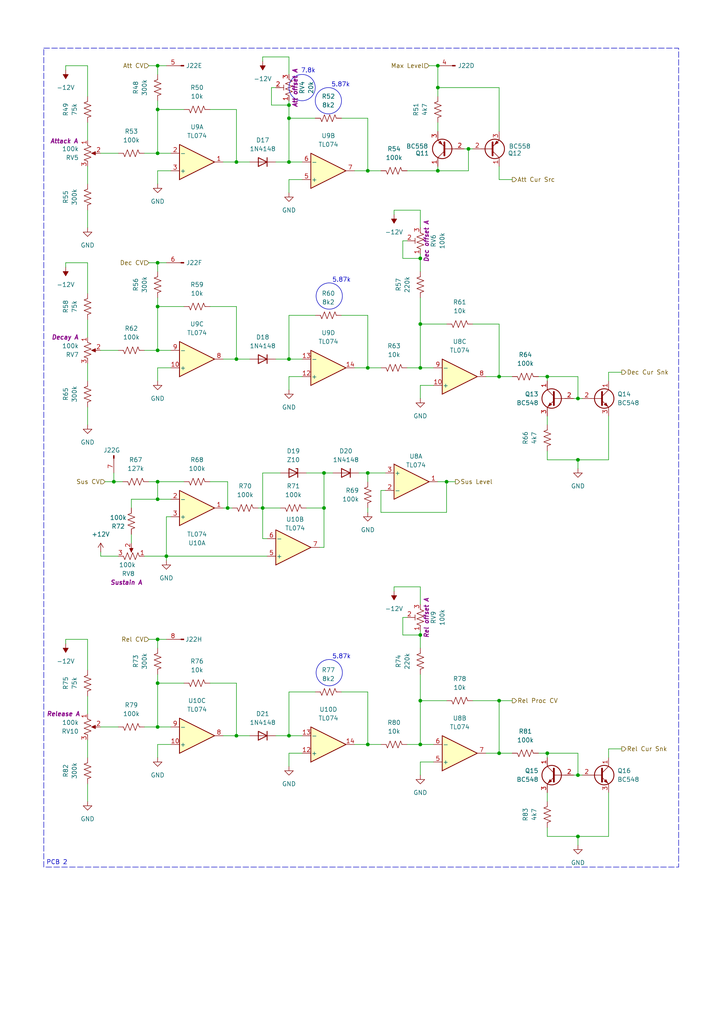
<source format=kicad_sch>
(kicad_sch (version 20250114) (generator "eeschema") (generator_version "9.0")
  (paper "A4" portrait)
  (title_block (comment 1 "PCB for 15cm Kosmo format synthesizer module"))
  (lib_symbols
    (symbol "Amplifier_Operational:TL074" (pin_names (offset 0.127))
      (property "Reference" "U" (at 0 5.08 0))
      (property "Value" "TL074" (at 0 -5.08 0))
      (symbol "TL074_1_1"
        (pin input line (at -7.62 2.54 0) (length 2.54) (name "+") (number "3"))
        (pin input line (at -7.62 -2.54 0) (length 2.54) (name "-") (number "2"))
        (pin output line (at 7.62 0 180) (length 2.54) (name "~") (number "1"))
      )
      (symbol "TL074_2_1"
        (pin input line (at -7.62 2.54 0) (length 2.54) (name "+") (number "5"))
        (pin input line (at -7.62 -2.54 0) (length 2.54) (name "-") (number "6"))
        (pin output line (at 7.62 0 180) (length 2.54) (name "~") (number "7"))
      )
      (symbol "TL074_3_1"
        (pin input line (at -7.62 2.54 0) (length 2.54) (name "+") (number "10"))
        (pin input line (at -7.62 -2.54 0) (length 2.54) (name "-") (number "9"))
        (pin output line (at 7.62 0 180) (length 2.54) (name "~") (number "8"))
      )
      (symbol "TL074_4_1"
        (pin input line (at -7.62 2.54 0) (length 2.54) (name "+") (number "12"))
        (pin input line (at -7.62 -2.54 0) (length 2.54) (name "-") (number "13"))
        (pin output line (at 7.62 0 180) (length 2.54) (name "~") (number "14"))
      )
      (symbol "TL074_5_1"
        (pin power_in line (at -2.54 7.62 270) (length 3.81) (name "V+") (number "4"))
        (pin power_in line (at -2.54 -7.62 90) (length 3.81) (name "V-") (number "11"))
      )
    )
    (symbol "Device:R_Potentiometer_Trim_US" (pin_names (offset 1.016) (hide yes))
      (property "Reference" "RV" (at -4.445 0 90))
      (property "Value" "R_Potentiometer_Trim_US" (at -2.54 0 90))
      (symbol "R_Potentiometer_Trim_US_1_1"
        (pin passive line (at 0 3.81 270) (length 1.27) (name "1") (number "1"))
        (pin passive line (at 0 -3.81 90) (length 1.27) (name "3") (number "3"))
        (pin passive line (at 3.81 0 180) (length 1.27) (name "2") (number "2"))
      )
    )
    (symbol "Device:R_Potentiometer_US" (pin_names (offset 1.016) (hide yes))
      (property "Reference" "RV" (at -4.445 0 90))
      (property "Value" "R_Potentiometer_US" (at -2.54 0 90))
      (symbol "R_Potentiometer_US_1_1"
        (pin passive line (at 0 3.81 270) (length 1.27) (name "1") (number "1"))
        (pin passive line (at 0 -3.81 90) (length 1.27) (name "3") (number "3"))
        (pin passive line (at 3.81 0 180) (length 1.27) (name "2") (number "2"))
      )
    )
    (symbol "Device:R_US" (pin_numbers (hide yes)) (pin_names (offset 0))
      (property "Reference" "R" (at 2.54 0 90))
      (property "Value" "R_US" (at -2.54 0 90))
      (symbol "R_US_1_1"
        (pin passive line (at 0 3.81 270) (length 1.27) (name "~") (number "1"))
        (pin passive line (at 0 -3.81 90) (length 1.27) (name "~") (number "2"))
      )
    )
    (symbol "Diode:1N4148" (pin_numbers (hide yes)) (pin_names (hide yes))
      (property "Reference" "D" (at 0 2.54 0))
      (property "Value" "1N4148" (at 0 -2.54 0))
      (symbol "1N4148_1_1"
        (pin passive line (at -3.81 0 0) (length 2.54) (name "K") (number "1"))
        (pin passive line (at 3.81 0 180) (length 2.54) (name "A") (number "2"))
      )
    )
    (symbol "Diode:ZPDxx" (pin_numbers (hide yes)) (pin_names (hide yes))
      (property "Reference" "D" (at 0 2.54 0))
      (property "Value" "ZPDxx" (at 0 -2.54 0))
      (symbol "ZPDxx_1_1"
        (pin passive line (at -3.81 0 0) (length 2.54) (name "K") (number "1"))
        (pin passive line (at 3.81 0 180) (length 2.54) (name "A") (number "2"))
      )
    )
    (symbol "SynthStuff:Conn_01x10_PinHeader" (pin_names (offset 1.016) (hide yes))
      (property "Reference" "J" (at 0 2.54 0))
      (symbol "Conn_01x10_PinHeader_1_1"
        (pin passive line (at 5.08 0 180) (length 3.81) (name "Pin_1") (number "1"))
      )
      (symbol "Conn_01x10_PinHeader_2_1"
        (pin passive line (at 5.08 0 180) (length 3.81) (name "Pin_2") (number "2"))
      )
      (symbol "Conn_01x10_PinHeader_3_1"
        (pin passive line (at 5.08 0 180) (length 3.81) (name "Pin_3") (number "3"))
      )
      (symbol "Conn_01x10_PinHeader_4_1"
        (pin passive line (at 5.08 0 180) (length 3.81) (name "Pin_4") (number "4"))
      )
      (symbol "Conn_01x10_PinHeader_5_1"
        (pin passive line (at 5.08 0 180) (length 3.81) (name "Pin_5") (number "5"))
      )
      (symbol "Conn_01x10_PinHeader_6_1"
        (pin passive line (at 5.08 0 180) (length 3.81) (name "Pin_6") (number "6"))
      )
      (symbol "Conn_01x10_PinHeader_7_1"
        (pin passive line (at 5.08 0 180) (length 3.81) (name "Pin_7") (number "7"))
      )
      (symbol "Conn_01x10_PinHeader_8_1"
        (pin passive line (at 5.08 0 180) (length 3.81) (name "Pin_8") (number "8"))
      )
      (symbol "Conn_01x10_PinHeader_9_1"
        (pin passive line (at 5.08 0 180) (length 3.81) (name "Pin_9") (number "9"))
      )
      (symbol "Conn_01x10_PinHeader_10_1"
        (pin passive line (at 5.08 0 180) (length 3.81) (name "Pin_10") (number "10"))
      )
    )
    (symbol "Transistor_BJT:BC548" (pin_names (offset 0) (hide yes))
      (property "Reference" "Q" (at 5.08 1.905 0))
      (property "Value" "BC548" (at 5.08 0 0))
      (symbol "BC548_1_1"
        (pin input line (at -5.08 0 0) (length 2.54) (name "B") (number "2"))
        (pin passive line (at 2.54 5.08 270) (length 2.54) (name "C") (number "1"))
        (pin passive line (at 2.54 -5.08 90) (length 2.54) (name "E") (number "3"))
      )
    )
    (symbol "Transistor_BJT:BC558" (pin_names (offset 0) (hide yes))
      (property "Reference" "Q" (at 5.08 1.905 0))
      (property "Value" "BC558" (at 5.08 0 0))
      (symbol "BC558_1_1"
        (pin input line (at -5.08 0 0) (length 2.54) (name "B") (number "2"))
        (pin passive line (at 2.54 5.08 270) (length 2.54) (name "C") (number "1"))
        (pin passive line (at 2.54 -5.08 90) (length 2.54) (name "E") (number "3"))
      )
    )
    (symbol "power:+12V" (power) (pin_numbers (hide yes)) (pin_names (offset 0) (hide yes))
      (property "Value" "+12V" (at 0 3.556 0))
      (symbol "+12V_1_1"
        (pin power_in line (at 0 0 90) (length 0) (name "~") (number "1"))
      )
    )
    (symbol "power:-12V" (power) (pin_numbers (hide yes)) (pin_names (offset 0) (hide yes))
      (property "Value" "-12V" (at 0 3.556 0))
      (symbol "-12V_0_0"
        (pin power_in line (at 0 0 90) (length 0) (name "~") (number "1"))
      )
    )
    (symbol "power:GND" (power) (pin_numbers (hide yes)) (pin_names (offset 0) (hide yes))
      (property "Value" "GND" (at 0 -3.81 0))
      (symbol "GND_1_1"
        (pin power_in line (at 0 0 270) (length 0) (name "~") (number "1"))
      )
    )
  )
  (circle (center 95.504 85.852) (radius 3.81))
  (rectangle (start 12.7 13.97) (end 196.85 251.46) (stroke (width 0) (type dash)))
  (circle (center 95.504 195.072) (radius 3.81))
  (circle (center 95.25 29.21) (radius 3.81))
  (circle (center 87.63 25.4) (radius 3.81))
  (text "PCB 2" (at 16.51 250.19 0) (effects (font (size 1.27 1.27))))
  (text "7.8k" (at 89.408 20.574 0) (effects (font (size 1.27 1.27))))
  (text "5.87k" (at 98.806 24.638 0) (effects (font (size 1.27 1.27))))
  (text "5.87k" (at 99.06 81.28 0) (effects (font (size 1.27 1.27))))
  (text "5.87k" (at 99.06 190.5 0) (effects (font (size 1.27 1.27))))
  (junction (at 167.64 242.57))
  (junction (at 144.78 109.22))
  (junction (at 93.98 137.16))
  (junction (at 76.2 147.32))
  (junction (at 33.02 139.7))
  (junction (at 68.58 213.36))
  (junction (at 45.72 44.45))
  (junction (at 135.89 43.18))
  (junction (at 68.58 46.99))
  (junction (at 121.92 74.93))
  (junction (at 121.92 215.9))
  (junction (at 83.82 30.48))
  (junction (at 144.78 203.2))
  (junction (at 158.75 109.22))
  (junction (at 48.26 161.29))
  (junction (at 45.72 144.78))
  (junction (at 106.68 137.16))
  (junction (at 127 19.05))
  (junction (at 121.92 93.98))
  (junction (at 93.98 147.32))
  (junction (at 106.68 106.68))
  (junction (at 45.72 101.6))
  (junction (at 121.92 106.68))
  (junction (at 68.58 104.14))
  (junction (at 45.72 210.82))
  (junction (at 45.72 88.9))
  (junction (at 45.72 185.42))
  (junction (at 127 49.53))
  (junction (at 129.54 139.7))
  (junction (at 45.72 19.05))
  (junction (at 167.64 224.79))
  (junction (at 106.68 215.9))
  (junction (at 83.82 46.99))
  (junction (at 45.72 76.2))
  (junction (at 158.75 218.44))
  (junction (at 45.72 198.12))
  (junction (at 121.92 184.15))
  (junction (at 144.78 218.44))
  (junction (at 83.82 34.29))
  (junction (at 66.04 147.32))
  (junction (at 121.92 203.2))
  (junction (at 106.68 49.53))
  (junction (at 127 25.4))
  (junction (at 45.72 139.7))
  (junction (at 45.72 31.75))
  (junction (at 167.64 133.35))
  (junction (at 167.64 115.57))
  (junction (at 83.82 104.14))
  (junction (at 83.82 213.36))
  (wire (pts (xy 25.4 92.71) (xy 25.4 97.79)))
  (wire (pts (xy 45.72 185.42) (xy 45.72 187.96)))
  (wire (pts (xy 64.77 104.14) (xy 68.58 104.14)))
  (wire (pts (xy 29.21 44.45) (xy 34.29 44.45)))
  (wire (pts (xy 121.92 106.68) (xy 125.73 106.68)))
  (wire (pts (xy 111.76 137.16) (xy 106.68 137.16)))
  (wire (pts (xy 176.53 107.95) (xy 176.53 110.49)))
  (wire (pts (xy 158.75 229.87) (xy 158.75 232.41)))
  (wire (pts (xy 49.53 149.86) (xy 48.26 149.86)))
  (wire (pts (xy 45.72 210.82) (xy 49.53 210.82)))
  (wire (pts (xy 158.75 218.44) (xy 167.64 218.44)))
  (wire (pts (xy 25.4 118.11) (xy 25.4 123.19)))
  (wire (pts (xy 121.92 203.2) (xy 121.92 215.9)))
  (wire (pts (xy 106.68 49.53) (xy 110.49 49.53)))
  (wire (pts (xy 41.91 101.6) (xy 45.72 101.6)))
  (wire (pts (xy 129.54 139.7) (xy 127 139.7)))
  (wire (pts (xy 93.98 137.16) (xy 93.98 147.32)))
  (wire (pts (xy 121.92 170.18) (xy 121.92 175.26)))
  (wire (pts (xy 158.75 130.81) (xy 158.75 133.35)))
  (wire (pts (xy 41.91 210.82) (xy 45.72 210.82)))
  (wire (pts (xy 25.4 35.56) (xy 25.4 40.64)))
  (wire (pts (xy 38.1 154.94) (xy 38.1 157.48)))
  (wire (pts (xy 106.68 49.53) (xy 102.87 49.53)))
  (wire (pts (xy 80.01 213.36) (xy 83.82 213.36)))
  (wire (pts (xy 38.1 144.78) (xy 45.72 144.78)))
  (wire (pts (xy 166.37 115.57) (xy 167.64 115.57)))
  (wire (pts (xy 88.9 137.16) (xy 93.98 137.16)))
  (wire (pts (xy 114.3 62.23) (xy 114.3 60.96)))
  (wire (pts (xy 76.2 156.21) (xy 76.2 147.32)))
  (wire (pts (xy 76.2 137.16) (xy 76.2 147.32)))
  (wire (pts (xy 25.4 185.42) (xy 25.4 194.31)))
  (wire (pts (xy 68.58 88.9) (xy 68.58 104.14)))
  (wire (pts (xy 148.59 203.2) (xy 144.78 203.2)))
  (wire (pts (xy 19.05 19.05) (xy 25.4 19.05)))
  (wire (pts (xy 144.78 52.07) (xy 144.78 48.26)))
  (wire (pts (xy 167.64 115.57) (xy 168.91 115.57)))
  (wire (pts (xy 68.58 104.14) (xy 72.39 104.14)))
  (wire (pts (xy 99.06 200.66) (xy 106.68 200.66)))
  (wire (pts (xy 167.64 218.44) (xy 167.64 224.79)))
  (wire (pts (xy 158.75 242.57) (xy 167.64 242.57)))
  (wire (pts (xy 114.3 170.18) (xy 121.92 170.18)))
  (wire (pts (xy 166.37 224.79) (xy 167.64 224.79)))
  (wire (pts (xy 83.82 213.36) (xy 87.63 213.36)))
  (wire (pts (xy 45.72 86.36) (xy 45.72 88.9)))
  (wire (pts (xy 158.75 133.35) (xy 167.64 133.35)))
  (wire (pts (xy 45.72 76.2) (xy 45.72 78.74)))
  (wire (pts (xy 158.75 218.44) (xy 158.75 219.71)))
  (wire (pts (xy 144.78 218.44) (xy 148.59 218.44)))
  (wire (pts (xy 25.4 48.26) (xy 25.4 53.34)))
  (wire (pts (xy 25.4 19.05) (xy 25.4 27.94)))
  (wire (pts (xy 125.73 220.98) (xy 121.92 220.98)))
  (wire (pts (xy 158.75 109.22) (xy 158.75 110.49)))
  (wire (pts (xy 60.96 139.7) (xy 66.04 139.7)))
  (wire (pts (xy 83.82 34.29) (xy 91.44 34.29)))
  (wire (pts (xy 137.16 93.98) (xy 144.78 93.98)))
  (wire (pts (xy 25.4 105.41) (xy 25.4 110.49)))
  (wire (pts (xy 83.82 34.29) (xy 83.82 46.99)))
  (wire (pts (xy 121.92 74.93) (xy 121.92 78.74)))
  (wire (pts (xy 121.92 220.98) (xy 121.92 224.79)))
  (wire (pts (xy 102.87 215.9) (xy 106.68 215.9)))
  (wire (pts (xy 167.64 133.35) (xy 167.64 135.89)))
  (wire (pts (xy 176.53 120.65) (xy 176.53 133.35)))
  (wire (pts (xy 106.68 106.68) (xy 110.49 106.68)))
  (wire (pts (xy 110.49 142.24) (xy 110.49 148.59)))
  (wire (pts (xy 111.76 142.24) (xy 110.49 142.24)))
  (wire (pts (xy 45.72 185.42) (xy 48.26 185.42)))
  (wire (pts (xy 118.11 69.85) (xy 116.84 69.85)))
  (wire (pts (xy 19.05 77.47) (xy 19.05 76.2)))
  (wire (pts (xy 76.2 147.32) (xy 74.93 147.32)))
  (wire (pts (xy 25.4 227.33) (xy 25.4 232.41)))
  (wire (pts (xy 135.89 43.18) (xy 137.16 43.18)))
  (wire (pts (xy 80.01 104.14) (xy 83.82 104.14)))
  (wire (pts (xy 106.68 137.16) (xy 106.68 139.7)))
  (wire (pts (xy 180.34 107.95) (xy 176.53 107.95)))
  (wire (pts (xy 49.53 49.53) (xy 45.72 49.53)))
  (wire (pts (xy 83.82 52.07) (xy 83.82 55.88)))
  (wire (pts (xy 43.18 76.2) (xy 45.72 76.2)))
  (wire (pts (xy 106.68 147.32) (xy 106.68 148.59)))
  (wire (pts (xy 106.68 91.44) (xy 106.68 106.68)))
  (wire (pts (xy 60.96 31.75) (xy 68.58 31.75)))
  (wire (pts (xy 124.46 19.05) (xy 127 19.05)))
  (wire (pts (xy 48.26 149.86) (xy 48.26 161.29)))
  (wire (pts (xy 45.72 44.45) (xy 49.53 44.45)))
  (wire (pts (xy 93.98 158.75) (xy 92.71 158.75)))
  (wire (pts (xy 118.11 215.9) (xy 121.92 215.9)))
  (wire (pts (xy 45.72 139.7) (xy 43.18 139.7)))
  (wire (pts (xy 48.26 161.29) (xy 48.26 162.56)))
  (wire (pts (xy 45.72 76.2) (xy 48.26 76.2)))
  (wire (pts (xy 49.53 106.68) (xy 45.72 106.68)))
  (wire (pts (xy 116.84 74.93) (xy 121.92 74.93)))
  (wire (pts (xy 134.62 43.18) (xy 135.89 43.18)))
  (wire (pts (xy 80.01 46.99) (xy 83.82 46.99)))
  (wire (pts (xy 118.11 106.68) (xy 121.92 106.68)))
  (wire (pts (xy 25.4 214.63) (xy 25.4 219.71)))
  (wire (pts (xy 68.58 213.36) (xy 72.39 213.36)))
  (wire (pts (xy 137.16 203.2) (xy 144.78 203.2)))
  (wire (pts (xy 19.05 76.2) (xy 25.4 76.2)))
  (wire (pts (xy 106.68 215.9) (xy 110.49 215.9)))
  (wire (pts (xy 29.21 161.29) (xy 29.21 160.02)))
  (wire (pts (xy 66.04 147.32) (xy 64.77 147.32)))
  (wire (pts (xy 19.05 185.42) (xy 25.4 185.42)))
  (wire (pts (xy 77.47 161.29) (xy 48.26 161.29)))
  (wire (pts (xy 45.72 215.9) (xy 45.72 219.71)))
  (wire (pts (xy 144.78 203.2) (xy 144.78 218.44)))
  (wire (pts (xy 144.78 218.44) (xy 140.97 218.44)))
  (wire (pts (xy 129.54 148.59) (xy 129.54 139.7)))
  (wire (pts (xy 45.72 101.6) (xy 49.53 101.6)))
  (wire (pts (xy 127 49.53) (xy 135.89 49.53)))
  (wire (pts (xy 81.28 137.16) (xy 76.2 137.16)))
  (wire (pts (xy 25.4 76.2) (xy 25.4 85.09)))
  (wire (pts (xy 127 25.4) (xy 127 27.94)))
  (wire (pts (xy 99.06 34.29) (xy 106.68 34.29)))
  (wire (pts (xy 106.68 137.16) (xy 104.14 137.16)))
  (wire (pts (xy 132.08 139.7) (xy 129.54 139.7)))
  (wire (pts (xy 121.92 195.58) (xy 121.92 203.2)))
  (wire (pts (xy 66.04 139.7) (xy 66.04 147.32)))
  (wire (pts (xy 156.21 109.22) (xy 158.75 109.22)))
  (wire (pts (xy 121.92 111.76) (xy 121.92 115.57)))
  (wire (pts (xy 64.77 213.36) (xy 68.58 213.36)))
  (wire (pts (xy 68.58 46.99) (xy 72.39 46.99)))
  (wire (pts (xy 127 35.56) (xy 127 38.1)))
  (wire (pts (xy 114.3 60.96) (xy 121.92 60.96)))
  (wire (pts (xy 45.72 88.9) (xy 45.72 101.6)))
  (wire (pts (xy 45.72 198.12) (xy 45.72 210.82)))
  (wire (pts (xy 81.28 147.32) (xy 76.2 147.32)))
  (wire (pts (xy 129.54 203.2) (xy 121.92 203.2)))
  (wire (pts (xy 158.75 120.65) (xy 158.75 123.19)))
  (wire (pts (xy 68.58 198.12) (xy 68.58 213.36)))
  (wire (pts (xy 80.01 25.4) (xy 78.74 25.4)))
  (wire (pts (xy 34.29 161.29) (xy 29.21 161.29)))
  (wire (pts (xy 41.91 44.45) (xy 45.72 44.45)))
  (wire (pts (xy 83.82 109.22) (xy 83.82 113.03)))
  (wire (pts (xy 116.84 179.07) (xy 116.84 184.15)))
  (wire (pts (xy 158.75 109.22) (xy 167.64 109.22)))
  (wire (pts (xy 118.11 49.53) (xy 127 49.53)))
  (wire (pts (xy 83.82 29.21) (xy 83.82 30.48)))
  (wire (pts (xy 68.58 46.99) (xy 64.77 46.99)))
  (wire (pts (xy 19.05 185.42) (xy 19.05 186.69)))
  (wire (pts (xy 45.72 198.12) (xy 53.34 198.12)))
  (wire (pts (xy 87.63 218.44) (xy 83.82 218.44)))
  (wire (pts (xy 49.53 215.9) (xy 45.72 215.9)))
  (wire (pts (xy 45.72 19.05) (xy 48.26 19.05)))
  (wire (pts (xy 83.82 91.44) (xy 83.82 104.14)))
  (wire (pts (xy 121.92 73.66) (xy 121.92 74.93)))
  (wire (pts (xy 167.64 109.22) (xy 167.64 115.57)))
  (wire (pts (xy 176.53 229.87) (xy 176.53 242.57)))
  (wire (pts (xy 83.82 218.44) (xy 83.82 222.25)))
  (wire (pts (xy 83.82 16.51) (xy 83.82 21.59)))
  (wire (pts (xy 83.82 104.14) (xy 87.63 104.14)))
  (wire (pts (xy 33.02 139.7) (xy 35.56 139.7)))
  (wire (pts (xy 96.52 137.16) (xy 93.98 137.16)))
  (wire (pts (xy 91.44 200.66) (xy 83.82 200.66)))
  (wire (pts (xy 60.96 198.12) (xy 68.58 198.12)))
  (wire (pts (xy 33.02 137.16) (xy 33.02 139.7)))
  (wire (pts (xy 83.82 46.99) (xy 87.63 46.99)))
  (wire (pts (xy 43.18 19.05) (xy 45.72 19.05)))
  (wire (pts (xy 45.72 195.58) (xy 45.72 198.12)))
  (wire (pts (xy 121.92 182.88) (xy 121.92 184.15)))
  (wire (pts (xy 45.72 144.78) (xy 49.53 144.78)))
  (wire (pts (xy 125.73 111.76) (xy 121.92 111.76)))
  (wire (pts (xy 45.72 31.75) (xy 45.72 44.45)))
  (wire (pts (xy 43.18 185.42) (xy 45.72 185.42)))
  (wire (pts (xy 29.21 101.6) (xy 34.29 101.6)))
  (wire (pts (xy 45.72 139.7) (xy 45.72 144.78)))
  (wire (pts (xy 148.59 52.07) (xy 144.78 52.07)))
  (wire (pts (xy 78.74 30.48) (xy 83.82 30.48)))
  (wire (pts (xy 30.48 139.7) (xy 33.02 139.7)))
  (wire (pts (xy 121.92 60.96) (xy 121.92 66.04)))
  (wire (pts (xy 110.49 148.59) (xy 129.54 148.59)))
  (wire (pts (xy 135.89 49.53) (xy 135.89 43.18)))
  (wire (pts (xy 29.21 210.82) (xy 34.29 210.82)))
  (wire (pts (xy 118.11 179.07) (xy 116.84 179.07)))
  (wire (pts (xy 106.68 34.29) (xy 106.68 49.53)))
  (wire (pts (xy 167.64 242.57) (xy 167.64 245.11)))
  (wire (pts (xy 121.92 93.98) (xy 121.92 106.68)))
  (wire (pts (xy 144.78 25.4) (xy 127 25.4)))
  (wire (pts (xy 116.84 69.85) (xy 116.84 74.93)))
  (wire (pts (xy 180.34 217.17) (xy 176.53 217.17)))
  (wire (pts (xy 158.75 240.03) (xy 158.75 242.57)))
  (wire (pts (xy 129.54 93.98) (xy 121.92 93.98)))
  (wire (pts (xy 106.68 200.66) (xy 106.68 215.9)))
  (wire (pts (xy 127 19.05) (xy 127 25.4)))
  (wire (pts (xy 76.2 17.78) (xy 76.2 16.51)))
  (wire (pts (xy 114.3 171.45) (xy 114.3 170.18)))
  (wire (pts (xy 68.58 31.75) (xy 68.58 46.99)))
  (wire (pts (xy 144.78 109.22) (xy 148.59 109.22)))
  (wire (pts (xy 176.53 217.17) (xy 176.53 219.71)))
  (wire (pts (xy 91.44 91.44) (xy 83.82 91.44)))
  (wire (pts (xy 48.26 161.29) (xy 41.91 161.29)))
  (wire (pts (xy 45.72 31.75) (xy 53.34 31.75)))
  (wire (pts (xy 93.98 147.32) (xy 93.98 158.75)))
  (wire (pts (xy 25.4 60.96) (xy 25.4 66.04)))
  (wire (pts (xy 87.63 109.22) (xy 83.82 109.22)))
  (wire (pts (xy 45.72 49.53) (xy 45.72 53.34)))
  (wire (pts (xy 102.87 106.68) (xy 106.68 106.68)))
  (wire (pts (xy 76.2 16.51) (xy 83.82 16.51)))
  (wire (pts (xy 25.4 201.93) (xy 25.4 207.01)))
  (wire (pts (xy 53.34 139.7) (xy 45.72 139.7)))
  (wire (pts (xy 116.84 184.15) (xy 121.92 184.15)))
  (wire (pts (xy 83.82 30.48) (xy 83.82 34.29)))
  (wire (pts (xy 19.05 20.32) (xy 19.05 19.05)))
  (wire (pts (xy 144.78 109.22) (xy 140.97 109.22)))
  (wire (pts (xy 77.47 156.21) (xy 76.2 156.21)))
  (wire (pts (xy 144.78 93.98) (xy 144.78 109.22)))
  (wire (pts (xy 99.06 91.44) (xy 106.68 91.44)))
  (wire (pts (xy 167.64 224.79) (xy 168.91 224.79)))
  (wire (pts (xy 156.21 218.44) (xy 158.75 218.44)))
  (wire (pts (xy 121.92 184.15) (xy 121.92 187.96)))
  (wire (pts (xy 144.78 38.1) (xy 144.78 25.4)))
  (wire (pts (xy 87.63 52.07) (xy 83.82 52.07)))
  (wire (pts (xy 127 49.53) (xy 127 48.26)))
  (wire (pts (xy 45.72 19.05) (xy 45.72 21.59)))
  (wire (pts (xy 88.9 147.32) (xy 93.98 147.32)))
  (wire (pts (xy 67.31 147.32) (xy 66.04 147.32)))
  (wire (pts (xy 83.82 200.66) (xy 83.82 213.36)))
  (wire (pts (xy 60.96 88.9) (xy 68.58 88.9)))
  (wire (pts (xy 45.72 106.68) (xy 45.72 110.49)))
  (wire (pts (xy 45.72 29.21) (xy 45.72 31.75)))
  (wire (pts (xy 121.92 86.36) (xy 121.92 93.98)))
  (wire (pts (xy 121.92 215.9) (xy 125.73 215.9)))
  (wire (pts (xy 38.1 147.32) (xy 38.1 144.78)))
  (wire (pts (xy 78.74 25.4) (xy 78.74 30.48)))
  (wire (pts (xy 176.53 133.35) (xy 167.64 133.35)))
  (wire (pts (xy 45.72 88.9) (xy 53.34 88.9)))
  (wire (pts (xy 176.53 242.57) (xy 167.64 242.57)))
  (hierarchical_label "Sus CV" (shape input) (at 30.48 139.7 180))
  (hierarchical_label "Att Cur Src" (shape output) (at 148.59 52.07 0))
  (hierarchical_label "Dec CV" (shape input) (at 43.18 76.2 180))
  (hierarchical_label "Dec Cur Snk" (shape output) (at 180.34 107.95 0))
  (hierarchical_label "Rel Proc CV" (shape output) (at 148.59 203.2 0))
  (hierarchical_label "Max Level" (shape input) (at 124.46 19.05 180))
  (hierarchical_label "Att CV" (shape input) (at 43.18 19.05 180))
  (hierarchical_label "Rel Cur Snk" (shape output) (at 180.34 217.17 0))
  (hierarchical_label "Rel CV" (shape input) (at 43.18 185.42 180))
  (hierarchical_label "Sus Level" (shape output) (at 132.08 139.7 0))
  (symbol (lib_id "power:-12V") (at 114.3 62.23 180) (unit 1) (on_board no)
    (property "Reference" "#PWR067" (effects (hide yes)))
    (property "Value" "-12V" (at 114.3 67.31 0))
    (property "Description" "Power symbol creates a global label with name \"-12V\"" (effects (hide yes)))
  )
  (symbol (lib_id "Device:R_US") (at 106.68 143.51 0) (mirror x) (unit 1) (on_board no)
    (property "Reference" "R69" (at 104.14 142.2399 0) (effects (justify right)))
    (property "Value" "100k" (at 104.14 144.7799 0) (effects (justify right)))
    (property "Footprint" "Resistor_THT:R_Axial_DIN0207_L6.3mm_D2.5mm_P7.62mm_Horizontal" (effects (hide yes)))
    (property "Description" "Resistor, US symbol" (effects (hide yes)))
  )
  (symbol (lib_id "Device:R_US") (at 133.35 93.98 90) (mirror x) (unit 1) (on_board no)
    (property "Reference" "R61" (at 133.35 87.63 90))
    (property "Value" "10k" (at 133.35 90.17 90))
    (property "Footprint" "Resistor_THT:R_Axial_DIN0207_L6.3mm_D2.5mm_P7.62mm_Horizontal" (effects (hide yes)))
    (property "Description" "Resistor, US symbol" (effects (hide yes)))
  )
  (symbol (lib_id "Device:R_US") (at 57.15 139.7 90) (mirror x) (unit 1) (on_board no)
    (property "Reference" "R68" (at 57.15 133.35 90))
    (property "Value" "100k" (at 57.15 135.89 90))
    (property "Footprint" "Resistor_THT:R_Axial_DIN0207_L6.3mm_D2.5mm_P7.62mm_Horizontal" (effects (hide yes)))
    (property "Description" "Resistor, US symbol" (effects (hide yes)))
  )
  (symbol (lib_id "Amplifier_Operational:TL074") (at 57.15 104.14 0) (mirror x) (unit 3) (on_board no)
    (property "Reference" "U9" (at 57.15 93.98 0))
    (property "Value" "TL074" (at 57.15 96.52 0))
    (property "Footprint" "Package_DIP:DIP-14_W7.62mm_Socket" (effects (hide yes)))
    (property "Datasheet" "http://www.ti.com/lit/ds/symlink/tl071.pdf" (effects (hide yes)))
    (property "Description" "Quad Low-Noise JFET-Input Operational Amplifiers, DIP-14/SOIC-14" (effects (hide yes)))
  )
  (symbol (lib_id "power:GND") (at 167.64 135.89 0) (unit 1) (on_board no)
    (property "Reference" "#PWR074" (effects (hide yes)))
    (property "Value" "GND" (at 167.64 140.97 0))
    (property "Description" "Power symbol creates a global label with name \"GND\" , ground" (effects (hide yes)))
  )
  (symbol (lib_id "power:GND") (at 121.92 115.57 0) (unit 1) (on_board no)
    (property "Reference" "#PWR072" (effects (hide yes)))
    (property "Value" "GND" (at 121.92 120.65 0))
    (property "Description" "Power symbol creates a global label with name \"GND\" , ground" (effects (hide yes)))
  )
  (symbol (lib_id "Device:R_Potentiometer_US") (at 25.4 44.45 0) (unit 1) (on_board no)
    (property "Reference" "RV5" (at 22.86 45.7201 0) (effects (justify right)))
    (property "Value" "100k" (at 22.86 43.1801 0) (effects (justify right)))
    (property "Footprint" "SynthStuff:Potentiometer_Alpha_RD901F-40-00D_Single_Vertical" (effects (hide yes)))
    (property "Description" "Potentiometer, US symbol" (effects (hide yes)))
    (property "Function" "Attack A" (at 18.542 40.894 0) (effects (font (thickness 0.254) (bold yes) (italic yes))))
  )
  (symbol (lib_id "Device:R_US") (at 25.4 223.52 0) (mirror x) (unit 1) (on_board no)
    (property "Reference" "R82" (at 19.05 223.52 90))
    (property "Value" "300k" (at 21.59 223.52 90))
    (property "Footprint" "Resistor_THT:R_Axial_DIN0207_L6.3mm_D2.5mm_P7.62mm_Horizontal" (effects (hide yes)))
    (property "Description" "Resistor, US symbol" (effects (hide yes)))
  )
  (symbol (lib_id "power:GND") (at 45.72 219.71 0) (unit 1) (on_board no)
    (property "Reference" "#PWR080" (effects (hide yes)))
    (property "Value" "GND" (at 45.72 224.79 0))
    (property "Description" "Power symbol creates a global label with name \"GND\" , ground" (effects (hide yes)))
  )
  (symbol (lib_id "Device:R_US") (at 71.12 147.32 90) (mirror x) (unit 1) (on_board no)
    (property "Reference" "R70" (at 71.12 140.97 90))
    (property "Value" "100k" (at 71.12 143.51 90))
    (property "Footprint" "Resistor_THT:R_Axial_DIN0207_L6.3mm_D2.5mm_P7.62mm_Horizontal" (effects (hide yes)))
    (property "Description" "Resistor, US symbol" (effects (hide yes)))
  )
  (symbol (lib_id "SynthStuff:Conn_01x10_PinHeader") (at 132.08 19.05 180) (unit 4)
    (property "Reference" "J22" (at 137.668 19.05 0) (effects (justify left)))
    (property "Value" "Conn_01x10_PinHeader" (effects (hide yes)))
    (property "Footprint" "Connector_PinHeader_2.54mm:PinHeader_1x10_P2.54mm_Vertical" (effects (hide yes)))
    (property "Description" "Generic connector, single row, 01x10" (effects (hide yes)))
  )
  (symbol (lib_id "Device:R_US") (at 158.75 236.22 0) (mirror x) (unit 1) (on_board no)
    (property "Reference" "R83" (at 152.4 236.22 90))
    (property "Value" "4k7" (at 154.94 236.22 90))
    (property "Footprint" "Resistor_THT:R_Axial_DIN0207_L6.3mm_D2.5mm_P7.62mm_Horizontal" (effects (hide yes)))
    (property "Description" "Resistor, US symbol" (effects (hide yes)))
  )
  (symbol (lib_id "Device:R_Potentiometer_Trim_US") (at 121.92 179.07 180) (unit 1) (on_board no)
    (property "Reference" "RV9" (at 125.73 179.07 90))
    (property "Value" "100k" (at 128.27 179.07 90))
    (property "Footprint" "Potentiometer_THT:Potentiometer_Bourns_3296X_Horizontal" (effects (hide yes)))
    (property "Description" "Trim-potentiometer, US symbol" (effects (hide yes)))
    (property "Function" "Rel offset A" (at 123.698 179.07 90) (effects (font (thickness 0.254) (bold yes) (italic yes))))
  )
  (symbol (lib_id "power:GND") (at 45.72 110.49 0) (unit 1) (on_board no)
    (property "Reference" "#PWR070" (effects (hide yes)))
    (property "Value" "GND" (at 45.72 115.57 0))
    (property "Description" "Power symbol creates a global label with name \"GND\" , ground" (effects (hide yes)))
  )
  (symbol (lib_id "Diode:1N4148") (at 76.2 104.14 180) (unit 1) (on_board no)
    (property "Reference" "D18" (at 76.2 97.79 0))
    (property "Value" "1N4148" (at 76.2 100.33 0))
    (property "Footprint" "Diode_THT:D_DO-35_SOD27_P7.62mm_Horizontal" (effects (hide yes)))
    (property "Datasheet" "https://assets.nexperia.com/documents/data-sheet/1N4148_1N4448.pdf" (effects (hide yes)))
    (property "Description" "100V 0.15A standard switching diode, DO-35" (effects (hide yes)))
    (property "Sim.Device" "D" (effects (hide yes)))
    (property "Sim.Pins" "1=K 2=A" (effects (hide yes)))
  )
  (symbol (lib_id "Transistor_BJT:BC548") (at 161.29 224.79 0) (mirror y) (unit 1) (on_board no)
    (property "Reference" "Q15" (at 156.21 223.5199 0) (effects (justify left)))
    (property "Value" "BC548" (at 156.21 226.0599 0) (effects (justify left)))
    (property "Footprint" "Package_TO_SOT_THT:TO-92L_Inline_Wide" (effects (hide yes)))
    (property "Datasheet" "https://www.onsemi.com/pub/Collateral/BC550-D.pdf" (effects (hide yes)))
    (property "Description" "0.1A Ic, 30V Vce, Small Signal NPN Transistor, TO-92" (effects (hide yes)))
  )
  (symbol (lib_id "Device:R_US") (at 25.4 88.9 0) (mirror x) (unit 1) (on_board no)
    (property "Reference" "R58" (at 19.05 88.9 90))
    (property "Value" "75k" (at 21.59 88.9 90))
    (property "Footprint" "Resistor_THT:R_Axial_DIN0207_L6.3mm_D2.5mm_P7.62mm_Horizontal" (effects (hide yes)))
    (property "Description" "Resistor, US symbol" (effects (hide yes)))
  )
  (symbol (lib_id "power:-12V") (at 19.05 77.47 180) (unit 1) (on_board no)
    (property "Reference" "#PWR069" (effects (hide yes)))
    (property "Value" "-12V" (at 19.05 82.55 0))
    (property "Description" "Power symbol creates a global label with name \"-12V\"" (effects (hide yes)))
  )
  (symbol (lib_id "Diode:ZPDxx") (at 85.09 137.16 0) (mirror y) (unit 1) (on_board no)
    (property "Reference" "D19" (at 85.09 130.81 0))
    (property "Value" "Z10" (at 85.09 133.35 0))
    (property "Footprint" "Diode_THT:D_DO-35_SOD27_P7.62mm_Horizontal" (effects (hide yes)))
    (property "Datasheet" "http://diotec.com/tl_files/diotec/files/pdf/datasheets/zpd1" (effects (hide yes)))
    (property "Description" "500mW Zener Diode, DO-35" (effects (hide yes)))
  )
  (symbol (lib_id "Device:R_US") (at 121.92 82.55 0) (mirror x) (unit 1) (on_board no)
    (property "Reference" "R57" (at 115.57 82.55 90))
    (property "Value" "220k" (at 118.11 82.55 90))
    (property "Footprint" "Resistor_THT:R_Axial_DIN0207_L6.3mm_D2.5mm_P7.62mm_Horizontal" (effects (hide yes)))
    (property "Description" "Resistor, US symbol" (effects (hide yes)))
  )
  (symbol (lib_id "Amplifier_Operational:TL074") (at 95.25 106.68 0) (mirror x) (unit 4) (on_board no)
    (property "Reference" "U9" (at 95.25 96.52 0))
    (property "Value" "TL074" (at 95.25 99.06 0))
    (property "Footprint" "Package_DIP:DIP-14_W7.62mm_Socket" (effects (hide yes)))
    (property "Datasheet" "http://www.ti.com/lit/ds/symlink/tl071.pdf" (effects (hide yes)))
    (property "Description" "Quad Low-Noise JFET-Input Operational Amplifiers, DIP-14/SOIC-14" (effects (hide yes)))
  )
  (symbol (lib_id "power:GND") (at 25.4 66.04 0) (unit 1) (on_board no)
    (property "Reference" "#PWR068" (effects (hide yes)))
    (property "Value" "GND" (at 25.4 71.12 0))
    (property "Description" "Power symbol creates a global label with name \"GND\" , ground" (effects (hide yes)))
  )
  (symbol (lib_id "Transistor_BJT:BC558") (at 129.54 43.18 180) (unit 1) (on_board no)
    (property "Reference" "Q11" (at 124.46 44.4501 0) (effects (justify left)))
    (property "Value" "BC558" (at 124.206 42.418 0) (effects (justify left)))
    (property "Footprint" "Package_TO_SOT_THT:TO-92L_Inline_Wide" (effects (hide yes)))
    (property "Datasheet" "https://www.onsemi.com/pub/Collateral/BC556BTA-D.pdf" (effects (hide yes)))
    (property "Description" "0.1A Ic, 30V Vce, PNP Small Signal Transistor, TO-92" (effects (hide yes)))
  )
  (symbol (lib_id "SynthStuff:Conn_01x10_PinHeader") (at 53.34 76.2 180) (unit 6)
    (property "Reference" "J22" (at 58.674 76.2 0) (effects (justify left)))
    (property "Value" "Conn_01x10_PinHeader" (effects (hide yes)))
    (property "Footprint" "Connector_PinHeader_2.54mm:PinHeader_1x10_P2.54mm_Vertical" (effects (hide yes)))
    (property "Description" "Generic connector, single row, 01x10" (effects (hide yes)))
  )
  (symbol (lib_id "Diode:1N4148") (at 76.2 213.36 180) (unit 1) (on_board no)
    (property "Reference" "D21" (at 76.2 207.01 0))
    (property "Value" "1N4148" (at 76.2 209.55 0))
    (property "Footprint" "Diode_THT:D_DO-35_SOD27_P7.62mm_Horizontal" (effects (hide yes)))
    (property "Datasheet" "https://assets.nexperia.com/documents/data-sheet/1N4148_1N4448.pdf" (effects (hide yes)))
    (property "Description" "100V 0.15A standard switching diode, DO-35" (effects (hide yes)))
    (property "Sim.Device" "D" (effects (hide yes)))
    (property "Sim.Pins" "1=K 2=A" (effects (hide yes)))
  )
  (symbol (lib_id "Amplifier_Operational:TL074") (at 119.38 139.7 0) (unit 1) (on_board no)
    (property "Reference" "U8" (at 120.65 132.334 0))
    (property "Value" "TL074" (at 120.65 134.874 0))
    (property "Footprint" "Package_DIP:DIP-14_W7.62mm_Socket" (effects (hide yes)))
    (property "Datasheet" "http://www.ti.com/lit/ds/symlink/tl071.pdf" (effects (hide yes)))
    (property "Description" "Quad Low-Noise JFET-Input Operational Amplifiers, DIP-14/SOIC-14" (effects (hide yes)))
  )
  (symbol (lib_id "Device:R_Potentiometer_Trim_US") (at 83.82 25.4 180) (unit 1) (on_board no)
    (property "Reference" "RV4" (at 87.63 25.4 90))
    (property "Value" "20k" (at 90.17 25.4 90))
    (property "Footprint" "Potentiometer_THT:Potentiometer_Bourns_3296X_Horizontal" (effects (hide yes)))
    (property "Description" "Trim-potentiometer, US symbol" (effects (hide yes)))
    (property "Function" "Att offset A" (at 85.598 25.4 90) (effects (font (thickness 0.254) (bold yes) (italic yes))))
  )
  (symbol (lib_id "SynthStuff:Conn_01x10_PinHeader") (at 33.02 132.08 270) (unit 7)
    (property "Reference" "J22" (at 29.972 130.556 90) (effects (justify left)))
    (property "Value" "Conn_01x10_PinHeader" (effects (hide yes)))
    (property "Footprint" "Connector_PinHeader_2.54mm:PinHeader_1x10_P2.54mm_Vertical" (effects (hide yes)))
    (property "Description" "Generic connector, single row, 01x10" (effects (hide yes)))
  )
  (symbol (lib_id "Amplifier_Operational:TL074") (at 57.15 147.32 0) (mirror x) (unit 1) (on_board no)
    (property "Reference" "U10" (at 57.15 157.48 0))
    (property "Value" "TL074" (at 57.15 154.94 0))
    (property "Footprint" "Package_DIP:DIP-14_W7.62mm_Socket" (effects (hide yes)))
    (property "Datasheet" "http://www.ti.com/lit/ds/symlink/tl071.pdf" (effects (hide yes)))
    (property "Description" "Quad Low-Noise JFET-Input Operational Amplifiers, DIP-14/SOIC-14" (effects (hide yes)))
  )
  (symbol (lib_id "Device:R_US") (at 38.1 210.82 90) (mirror x) (unit 1) (on_board no)
    (property "Reference" "R79" (at 38.1 204.47 90))
    (property "Value" "100k" (at 38.1 207.01 90))
    (property "Footprint" "Resistor_THT:R_Axial_DIN0207_L6.3mm_D2.5mm_P7.62mm_Horizontal" (effects (hide yes)))
    (property "Description" "Resistor, US symbol" (effects (hide yes)))
  )
  (symbol (lib_id "Diode:1N4148") (at 100.33 137.16 0) (mirror y) (unit 1) (on_board no)
    (property "Reference" "D20" (at 100.33 130.81 0))
    (property "Value" "1N4148" (at 100.33 133.35 0))
    (property "Footprint" "Diode_THT:D_DO-35_SOD27_P7.62mm_Horizontal" (effects (hide yes)))
    (property "Datasheet" "https://assets.nexperia.com/documents/data-sheet/1N4148_1N4448.pdf" (effects (hide yes)))
    (property "Description" "100V 0.15A standard switching diode, DO-35" (effects (hide yes)))
    (property "Sim.Device" "D" (effects (hide yes)))
    (property "Sim.Pins" "1=K 2=A" (effects (hide yes)))
  )
  (symbol (lib_id "Device:R_US") (at 57.15 198.12 90) (mirror x) (unit 1) (on_board no)
    (property "Reference" "R76" (at 57.15 191.77 90))
    (property "Value" "10k" (at 57.15 194.31 90))
    (property "Footprint" "Resistor_THT:R_Axial_DIN0207_L6.3mm_D2.5mm_P7.62mm_Horizontal" (effects (hide yes)))
    (property "Description" "Resistor, US symbol" (effects (hide yes)))
  )
  (symbol (lib_id "Device:R_US") (at 158.75 127 0) (mirror x) (unit 1) (on_board no)
    (property "Reference" "R66" (at 152.4 127 90))
    (property "Value" "4k7" (at 154.94 127 90))
    (property "Footprint" "Resistor_THT:R_Axial_DIN0207_L6.3mm_D2.5mm_P7.62mm_Horizontal" (effects (hide yes)))
    (property "Description" "Resistor, US symbol" (effects (hide yes)))
  )
  (symbol (lib_id "Device:R_US") (at 38.1 44.45 90) (mirror x) (unit 1) (on_board no)
    (property "Reference" "R53" (at 38.1 38.1 90))
    (property "Value" "100k" (at 38.1 40.64 90))
    (property "Footprint" "Resistor_THT:R_Axial_DIN0207_L6.3mm_D2.5mm_P7.62mm_Horizontal" (effects (hide yes)))
    (property "Description" "Resistor, US symbol" (effects (hide yes)))
  )
  (symbol (lib_id "power:GND") (at 45.72 53.34 0) (unit 1) (on_board no)
    (property "Reference" "#PWR065" (effects (hide yes)))
    (property "Value" "GND" (at 45.72 58.42 0))
    (property "Description" "Power symbol creates a global label with name \"GND\" , ground" (effects (hide yes)))
  )
  (symbol (lib_id "power:GND") (at 83.82 222.25 0) (unit 1) (on_board no)
    (property "Reference" "#PWR081" (effects (hide yes)))
    (property "Value" "GND" (at 83.82 227.33 0))
    (property "Description" "Power symbol creates a global label with name \"GND\" , ground" (effects (hide yes)))
  )
  (symbol (lib_id "power:+12V") (at 29.21 160.02 0) (mirror y) (unit 1) (on_board no)
    (property "Reference" "#PWR076" (effects (hide yes)))
    (property "Value" "+12V" (at 29.21 154.94 0))
    (property "Description" "Power symbol creates a global label with name \"+12V\"" (effects (hide yes)))
  )
  (symbol (lib_id "Amplifier_Operational:TL074") (at 95.25 49.53 0) (mirror x) (unit 2) (on_board no)
    (property "Reference" "U9" (at 95.25 39.37 0))
    (property "Value" "TL074" (at 95.25 41.91 0))
    (property "Footprint" "Package_DIP:DIP-14_W7.62mm_Socket" (effects (hide yes)))
    (property "Datasheet" "http://www.ti.com/lit/ds/symlink/tl071.pdf" (effects (hide yes)))
    (property "Description" "Quad Low-Noise JFET-Input Operational Amplifiers, DIP-14/SOIC-14" (effects (hide yes)))
  )
  (symbol (lib_id "power:GND") (at 83.82 55.88 0) (unit 1) (on_board no)
    (property "Reference" "#PWR066" (effects (hide yes)))
    (property "Value" "GND" (at 83.82 60.96 0))
    (property "Description" "Power symbol creates a global label with name \"GND\" , ground" (effects (hide yes)))
  )
  (symbol (lib_id "Device:R_US") (at 85.09 147.32 90) (mirror x) (unit 1) (on_board no)
    (property "Reference" "R71" (at 85.09 140.97 90))
    (property "Value" "100k" (at 85.09 143.51 90))
    (property "Footprint" "Resistor_THT:R_Axial_DIN0207_L6.3mm_D2.5mm_P7.62mm_Horizontal" (effects (hide yes)))
    (property "Description" "Resistor, US symbol" (effects (hide yes)))
  )
  (symbol (lib_id "Amplifier_Operational:TL074") (at 57.15 46.99 0) (mirror x) (unit 1) (on_board no)
    (property "Reference" "U9" (at 57.15 36.83 0))
    (property "Value" "TL074" (at 57.15 39.37 0))
    (property "Footprint" "Package_DIP:DIP-14_W7.62mm_Socket" (effects (hide yes)))
    (property "Datasheet" "http://www.ti.com/lit/ds/symlink/tl071.pdf" (effects (hide yes)))
    (property "Description" "Quad Low-Noise JFET-Input Operational Amplifiers, DIP-14/SOIC-14" (effects (hide yes)))
  )
  (symbol (lib_id "Device:R_US") (at 25.4 114.3 0) (mirror x) (unit 1) (on_board no)
    (property "Reference" "R65" (at 19.05 114.3 90))
    (property "Value" "300k" (at 21.59 114.3 90))
    (property "Footprint" "Resistor_THT:R_Axial_DIN0207_L6.3mm_D2.5mm_P7.62mm_Horizontal" (effects (hide yes)))
    (property "Description" "Resistor, US symbol" (effects (hide yes)))
  )
  (symbol (lib_id "Device:R_US") (at 57.15 88.9 90) (mirror x) (unit 1) (on_board no)
    (property "Reference" "R59" (at 57.15 82.55 90))
    (property "Value" "10k" (at 57.15 85.09 90))
    (property "Footprint" "Resistor_THT:R_Axial_DIN0207_L6.3mm_D2.5mm_P7.62mm_Horizontal" (effects (hide yes)))
    (property "Description" "Resistor, US symbol" (effects (hide yes)))
  )
  (symbol (lib_id "power:GND") (at 25.4 123.19 0) (unit 1) (on_board no)
    (property "Reference" "#PWR073" (effects (hide yes)))
    (property "Value" "GND" (at 25.4 128.27 0))
    (property "Description" "Power symbol creates a global label with name \"GND\" , ground" (effects (hide yes)))
  )
  (symbol (lib_id "Device:R_US") (at 95.25 34.29 90) (mirror x) (unit 1) (on_board no)
    (property "Reference" "R52" (at 95.25 27.94 90))
    (property "Value" "8k2" (at 95.25 30.48 90))
    (property "Footprint" "Resistor_THT:R_Axial_DIN0207_L6.3mm_D2.5mm_P7.62mm_Horizontal" (effects (hide yes)))
    (property "Description" "Resistor, US symbol" (effects (hide yes)))
  )
  (symbol (lib_id "power:GND") (at 121.92 224.79 0) (unit 1) (on_board no)
    (property "Reference" "#PWR082" (effects (hide yes)))
    (property "Value" "GND" (at 121.92 229.87 0))
    (property "Description" "Power symbol creates a global label with name \"GND\" , ground" (effects (hide yes)))
  )
  (symbol (lib_id "Device:R_US") (at 25.4 198.12 0) (mirror x) (unit 1) (on_board no)
    (property "Reference" "R75" (at 19.05 198.12 90))
    (property "Value" "75k" (at 21.59 198.12 90))
    (property "Footprint" "Resistor_THT:R_Axial_DIN0207_L6.3mm_D2.5mm_P7.62mm_Horizontal" (effects (hide yes)))
    (property "Description" "Resistor, US symbol" (effects (hide yes)))
  )
  (symbol (lib_id "Amplifier_Operational:TL074") (at 133.35 218.44 0) (mirror x) (unit 2) (on_board no)
    (property "Reference" "U8" (at 133.35 208.28 0))
    (property "Value" "TL074" (at 133.35 210.82 0))
    (property "Footprint" "Package_DIP:DIP-14_W7.62mm_Socket" (effects (hide yes)))
    (property "Datasheet" "http://www.ti.com/lit/ds/symlink/tl071.pdf" (effects (hide yes)))
    (property "Description" "Quad Low-Noise JFET-Input Operational Amplifiers, DIP-14/SOIC-14" (effects (hide yes)))
  )
  (symbol (lib_id "power:GND") (at 48.26 162.56 0) (mirror y) (unit 1) (on_board no)
    (property "Reference" "#PWR077" (effects (hide yes)))
    (property "Value" "GND" (at 48.26 167.64 0))
    (property "Description" "Power symbol creates a global label with name \"GND\" , ground" (effects (hide yes)))
  )
  (symbol (lib_id "Device:R_Potentiometer_US") (at 25.4 210.82 0) (unit 1) (on_board no)
    (property "Reference" "RV10" (at 22.86 212.0901 0) (effects (justify right)))
    (property "Value" "100k" (at 22.86 209.5501 0) (effects (justify right)))
    (property "Footprint" "SynthStuff:Potentiometer_Alpha_RD901F-40-00D_Single_Vertical" (effects (hide yes)))
    (property "Description" "Potentiometer, US symbol" (effects (hide yes)))
    (property "Function" "Release A" (at 18.288 207.01 0) (effects (font (thickness 0.254) (bold yes) (italic yes))))
  )
  (symbol (lib_id "Device:R_US") (at 152.4 218.44 90) (mirror x) (unit 1) (on_board no)
    (property "Reference" "R81" (at 152.4 212.09 90))
    (property "Value" "100k" (at 152.4 214.63 90))
    (property "Footprint" "Resistor_THT:R_Axial_DIN0207_L6.3mm_D2.5mm_P7.62mm_Horizontal" (effects (hide yes)))
    (property "Description" "Resistor, US symbol" (effects (hide yes)))
  )
  (symbol (lib_id "Device:R_US") (at 25.4 57.15 0) (mirror x) (unit 1) (on_board no)
    (property "Reference" "R55" (at 19.05 57.15 90))
    (property "Value" "300k" (at 21.59 57.15 90))
    (property "Footprint" "Resistor_THT:R_Axial_DIN0207_L6.3mm_D2.5mm_P7.62mm_Horizontal" (effects (hide yes)))
    (property "Description" "Resistor, US symbol" (effects (hide yes)))
  )
  (symbol (lib_id "Device:R_US") (at 127 31.75 0) (mirror x) (unit 1) (on_board no)
    (property "Reference" "R51" (at 120.65 31.75 90))
    (property "Value" "4k7" (at 123.19 31.75 90))
    (property "Footprint" "Resistor_THT:R_Axial_DIN0207_L6.3mm_D2.5mm_P7.62mm_Horizontal" (effects (hide yes)))
    (property "Description" "Resistor, US symbol" (effects (hide yes)))
  )
  (symbol (lib_id "Device:R_Potentiometer_US") (at 38.1 161.29 270) (mirror x) (unit 1) (on_board no)
    (property "Reference" "RV8" (at 39.1159 166.37 90) (effects (justify right)))
    (property "Value" "100k" (at 39.3699 163.83 90) (effects (justify right)))
    (property "Footprint" "SynthStuff:Potentiometer_Alpha_RD901F-40-00D_Single_Vertical" (effects (hide yes)))
    (property "Description" "Potentiometer, US symbol" (effects (hide yes)))
    (property "Function" "Sustain A" (at 36.576 168.91 90) (effects (font (thickness 0.254) (bold yes) (italic yes))))
  )
  (symbol (lib_id "Transistor_BJT:BC558") (at 142.24 43.18 0) (mirror x) (unit 1) (on_board no)
    (property "Reference" "Q12" (at 147.32 44.4501 0) (effects (justify left)))
    (property "Value" "BC558" (at 147.574 42.418 0) (effects (justify left)))
    (property "Footprint" "Package_TO_SOT_THT:TO-92L_Inline_Wide" (effects (hide yes)))
    (property "Datasheet" "https://www.onsemi.com/pub/Collateral/BC556BTA-D.pdf" (effects (hide yes)))
    (property "Description" "0.1A Ic, 30V Vce, PNP Small Signal Transistor, TO-92" (effects (hide yes)))
  )
  (symbol (lib_id "power:GND") (at 83.82 113.03 0) (unit 1) (on_board no)
    (property "Reference" "#PWR071" (effects (hide yes)))
    (property "Value" "GND" (at 83.82 118.11 0))
    (property "Description" "Power symbol creates a global label with name \"GND\" , ground" (effects (hide yes)))
  )
  (symbol (lib_id "Device:R_US") (at 95.25 200.66 90) (mirror x) (unit 1) (on_board no)
    (property "Reference" "R77" (at 95.25 194.31 90))
    (property "Value" "8k2" (at 95.25 196.85 90))
    (property "Footprint" "Resistor_THT:R_Axial_DIN0207_L6.3mm_D2.5mm_P7.62mm_Horizontal" (effects (hide yes)))
    (property "Description" "Resistor, US symbol" (effects (hide yes)))
  )
  (symbol (lib_id "power:GND") (at 25.4 232.41 0) (unit 1) (on_board no)
    (property "Reference" "#PWR083" (effects (hide yes)))
    (property "Value" "GND" (at 25.4 237.49 0))
    (property "Description" "Power symbol creates a global label with name \"GND\" , ground" (effects (hide yes)))
  )
  (symbol (lib_id "Device:R_Potentiometer_US") (at 25.4 101.6 0) (unit 1) (on_board no)
    (property "Reference" "RV7" (at 22.86 102.8701 0) (effects (justify right)))
    (property "Value" "100k" (at 22.86 100.3301 0) (effects (justify right)))
    (property "Footprint" "SynthStuff:Potentiometer_Alpha_RD901F-40-00D_Single_Vertical" (effects (hide yes)))
    (property "Description" "Potentiometer, US symbol" (effects (hide yes)))
    (property "Function" "Decay A" (at 18.796 97.79 0) (effects (font (thickness 0.254) (bold yes) (italic yes))))
  )
  (symbol (lib_id "Device:R_US") (at 114.3 215.9 90) (mirror x) (unit 1) (on_board no)
    (property "Reference" "R80" (at 114.3 209.55 90))
    (property "Value" "10k" (at 114.3 212.09 90))
    (property "Footprint" "Resistor_THT:R_Axial_DIN0207_L6.3mm_D2.5mm_P7.62mm_Horizontal" (effects (hide yes)))
    (property "Description" "Resistor, US symbol" (effects (hide yes)))
  )
  (symbol (lib_id "Amplifier_Operational:TL074") (at 133.35 109.22 0) (mirror x) (unit 3) (on_board no)
    (property "Reference" "U8" (at 133.35 99.06 0))
    (property "Value" "TL074" (at 133.35 101.6 0))
    (property "Footprint" "Package_DIP:DIP-14_W7.62mm_Socket" (effects (hide yes)))
    (property "Datasheet" "http://www.ti.com/lit/ds/symlink/tl071.pdf" (effects (hide yes)))
    (property "Description" "Quad Low-Noise JFET-Input Operational Amplifiers, DIP-14/SOIC-14" (effects (hide yes)))
  )
  (symbol (lib_id "Transistor_BJT:BC548") (at 173.99 115.57 0) (unit 1) (on_board no)
    (property "Reference" "Q14" (at 179.07 114.2999 0) (effects (justify left)))
    (property "Value" "BC548" (at 179.07 116.8399 0) (effects (justify left)))
    (property "Footprint" "Package_TO_SOT_THT:TO-92L_Inline_Wide" (effects (hide yes)))
    (property "Datasheet" "https://www.onsemi.com/pub/Collateral/BC550-D.pdf" (effects (hide yes)))
    (property "Description" "0.1A Ic, 30V Vce, Small Signal NPN Transistor, TO-92" (effects (hide yes)))
  )
  (symbol (lib_id "Device:R_US") (at 25.4 31.75 0) (mirror x) (unit 1) (on_board no)
    (property "Reference" "R49" (at 19.05 31.75 90))
    (property "Value" "75k" (at 21.59 31.75 90))
    (property "Footprint" "Resistor_THT:R_Axial_DIN0207_L6.3mm_D2.5mm_P7.62mm_Horizontal" (effects (hide yes)))
    (property "Description" "Resistor, US symbol" (effects (hide yes)))
  )
  (symbol (lib_id "Device:R_US") (at 152.4 109.22 90) (mirror x) (unit 1) (on_board no)
    (property "Reference" "R64" (at 152.4 102.87 90))
    (property "Value" "100k" (at 152.4 105.41 90))
    (property "Footprint" "Resistor_THT:R_Axial_DIN0207_L6.3mm_D2.5mm_P7.62mm_Horizontal" (effects (hide yes)))
    (property "Description" "Resistor, US symbol" (effects (hide yes)))
  )
  (symbol (lib_id "SynthStuff:Conn_01x10_PinHeader") (at 53.34 185.42 180) (unit 8)
    (property "Reference" "J22" (at 58.674 185.42 0) (effects (justify left)))
    (property "Value" "Conn_01x10_PinHeader" (effects (hide yes)))
    (property "Footprint" "Connector_PinHeader_2.54mm:PinHeader_1x10_P2.54mm_Vertical" (effects (hide yes)))
    (property "Description" "Generic connector, single row, 01x10" (effects (hide yes)))
  )
  (symbol (lib_id "power:-12V") (at 19.05 186.69 180) (unit 1) (on_board no)
    (property "Reference" "#PWR079" (effects (hide yes)))
    (property "Value" "-12V" (at 19.05 191.77 0))
    (property "Description" "Power symbol creates a global label with name \"-12V\"" (effects (hide yes)))
  )
  (symbol (lib_id "Device:R_US") (at 45.72 25.4 0) (mirror x) (unit 1) (on_board no)
    (property "Reference" "R48" (at 39.37 25.4 90))
    (property "Value" "300k" (at 41.91 25.4 90))
    (property "Footprint" "Resistor_THT:R_Axial_DIN0207_L6.3mm_D2.5mm_P7.62mm_Horizontal" (effects (hide yes)))
    (property "Description" "Resistor, US symbol" (effects (hide yes)))
  )
  (symbol (lib_id "Transistor_BJT:BC548") (at 161.29 115.57 0) (mirror y) (unit 1) (on_board no)
    (property "Reference" "Q13" (at 156.21 114.2999 0) (effects (justify left)))
    (property "Value" "BC548" (at 156.21 116.8399 0) (effects (justify left)))
    (property "Footprint" "Package_TO_SOT_THT:TO-92L_Inline_Wide" (effects (hide yes)))
    (property "Datasheet" "https://www.onsemi.com/pub/Collateral/BC550-D.pdf" (effects (hide yes)))
    (property "Description" "0.1A Ic, 30V Vce, Small Signal NPN Transistor, TO-92" (effects (hide yes)))
  )
  (symbol (lib_id "Device:R_US") (at 38.1 151.13 0) (mirror x) (unit 1) (on_board no)
    (property "Reference" "R72" (at 34.29 152.654 0))
    (property "Value" "100k" (at 34.29 150.114 0))
    (property "Footprint" "Resistor_THT:R_Axial_DIN0207_L6.3mm_D2.5mm_P7.62mm_Horizontal" (effects (hide yes)))
    (property "Description" "Resistor, US symbol" (effects (hide yes)))
  )
  (symbol (lib_id "Amplifier_Operational:TL074") (at 57.15 213.36 0) (mirror x) (unit 3) (on_board no)
    (property "Reference" "U10" (at 57.15 203.2 0))
    (property "Value" "TL074" (at 57.15 205.74 0))
    (property "Footprint" "Package_DIP:DIP-14_W7.62mm_Socket" (effects (hide yes)))
    (property "Datasheet" "http://www.ti.com/lit/ds/symlink/tl071.pdf" (effects (hide yes)))
    (property "Description" "Quad Low-Noise JFET-Input Operational Amplifiers, DIP-14/SOIC-14" (effects (hide yes)))
  )
  (symbol (lib_id "Device:R_US") (at 45.72 191.77 0) (mirror x) (unit 1) (on_board no)
    (property "Reference" "R73" (at 39.37 191.77 90))
    (property "Value" "300k" (at 41.91 191.77 90))
    (property "Footprint" "Resistor_THT:R_Axial_DIN0207_L6.3mm_D2.5mm_P7.62mm_Horizontal" (effects (hide yes)))
    (property "Description" "Resistor, US symbol" (effects (hide yes)))
  )
  (symbol (lib_id "Device:R_US") (at 95.25 91.44 90) (mirror x) (unit 1) (on_board no)
    (property "Reference" "R60" (at 95.25 85.09 90))
    (property "Value" "8k2" (at 95.25 87.63 90))
    (property "Footprint" "Resistor_THT:R_Axial_DIN0207_L6.3mm_D2.5mm_P7.62mm_Horizontal" (effects (hide yes)))
    (property "Description" "Resistor, US symbol" (effects (hide yes)))
  )
  (symbol (lib_id "Diode:1N4148") (at 76.2 46.99 180) (unit 1) (on_board no)
    (property "Reference" "D17" (at 76.2 40.64 0))
    (property "Value" "1N4148" (at 76.2 43.18 0))
    (property "Footprint" "Diode_THT:D_DO-35_SOD27_P7.62mm_Horizontal" (effects (hide yes)))
    (property "Datasheet" "https://assets.nexperia.com/documents/data-sheet/1N4148_1N4448.pdf" (effects (hide yes)))
    (property "Description" "100V 0.15A standard switching diode, DO-35" (effects (hide yes)))
    (property "Sim.Device" "D" (effects (hide yes)))
    (property "Sim.Pins" "1=K 2=A" (effects (hide yes)))
  )
  (symbol (lib_id "Device:R_US") (at 57.15 31.75 90) (mirror x) (unit 1) (on_board no)
    (property "Reference" "R50" (at 57.15 25.4 90))
    (property "Value" "10k" (at 57.15 27.94 90))
    (property "Footprint" "Resistor_THT:R_Axial_DIN0207_L6.3mm_D2.5mm_P7.62mm_Horizontal" (effects (hide yes)))
    (property "Description" "Resistor, US symbol" (effects (hide yes)))
  )
  (symbol (lib_id "Device:R_US") (at 38.1 101.6 90) (mirror x) (unit 1) (on_board no)
    (property "Reference" "R62" (at 38.1 95.25 90))
    (property "Value" "100k" (at 38.1 97.79 90))
    (property "Footprint" "Resistor_THT:R_Axial_DIN0207_L6.3mm_D2.5mm_P7.62mm_Horizontal" (effects (hide yes)))
    (property "Description" "Resistor, US symbol" (effects (hide yes)))
  )
  (symbol (lib_id "Amplifier_Operational:TL074") (at 95.25 215.9 0) (mirror x) (unit 4) (on_board no)
    (property "Reference" "U10" (at 95.25 205.74 0))
    (property "Value" "TL074" (at 95.25 208.28 0))
    (property "Footprint" "Package_DIP:DIP-14_W7.62mm_Socket" (effects (hide yes)))
    (property "Datasheet" "http://www.ti.com/lit/ds/symlink/tl071.pdf" (effects (hide yes)))
    (property "Description" "Quad Low-Noise JFET-Input Operational Amplifiers, DIP-14/SOIC-14" (effects (hide yes)))
  )
  (symbol (lib_id "Device:R_US") (at 114.3 106.68 90) (mirror x) (unit 1) (on_board no)
    (property "Reference" "R63" (at 114.3 100.33 90))
    (property "Value" "10k" (at 114.3 102.87 90))
    (property "Footprint" "Resistor_THT:R_Axial_DIN0207_L6.3mm_D2.5mm_P7.62mm_Horizontal" (effects (hide yes)))
    (property "Description" "Resistor, US symbol" (effects (hide yes)))
  )
  (symbol (lib_id "power:-12V") (at 114.3 171.45 180) (unit 1) (on_board no)
    (property "Reference" "#PWR078" (effects (hide yes)))
    (property "Value" "-12V" (at 114.3 176.53 0))
    (property "Description" "Power symbol creates a global label with name \"-12V\"" (effects (hide yes)))
  )
  (symbol (lib_id "Amplifier_Operational:TL074") (at 85.09 158.75 0) (mirror x) (unit 2) (on_board no)
    (property "Reference" "U10" (at 85.598 150.622 0))
    (property "Value" "TL074" (at 85.598 153.162 0))
    (property "Footprint" "Package_DIP:DIP-14_W7.62mm_Socket" (effects (hide yes)))
    (property "Datasheet" "http://www.ti.com/lit/ds/symlink/tl071.pdf" (effects (hide yes)))
    (property "Description" "Quad Low-Noise JFET-Input Operational Amplifiers, DIP-14/SOIC-14" (effects (hide yes)))
  )
  (symbol (lib_id "Device:R_US") (at 121.92 191.77 0) (mirror x) (unit 1) (on_board no)
    (property "Reference" "R74" (at 115.57 191.77 90))
    (property "Value" "220k" (at 118.11 191.77 90))
    (property "Footprint" "Resistor_THT:R_Axial_DIN0207_L6.3mm_D2.5mm_P7.62mm_Horizontal" (effects (hide yes)))
    (property "Description" "Resistor, US symbol" (effects (hide yes)))
  )
  (symbol (lib_id "power:GND") (at 167.64 245.11 0) (unit 1) (on_board no)
    (property "Reference" "#PWR084" (effects (hide yes)))
    (property "Value" "GND" (at 167.64 250.19 0))
    (property "Description" "Power symbol creates a global label with name \"GND\" , ground" (effects (hide yes)))
  )
  (symbol (lib_id "Device:R_Potentiometer_Trim_US") (at 121.92 69.85 180) (unit 1) (on_board no)
    (property "Reference" "RV6" (at 125.73 69.85 90))
    (property "Value" "100k" (at 128.27 69.85 90))
    (property "Footprint" "Potentiometer_THT:Potentiometer_Bourns_3296X_Horizontal" (effects (hide yes)))
    (property "Description" "Trim-potentiometer, US symbol" (effects (hide yes)))
    (property "Function" "Dec offset A" (at 123.698 69.85 90) (effects (font (thickness 0.254) (bold yes) (italic yes))))
  )
  (symbol (lib_id "power:GND") (at 106.68 148.59 0) (mirror y) (unit 1) (on_board no)
    (property "Reference" "#PWR075" (effects (hide yes)))
    (property "Value" "GND" (at 106.68 153.67 0))
    (property "Description" "Power symbol creates a global label with name \"GND\" , ground" (effects (hide yes)))
  )
  (symbol (lib_id "power:-12V") (at 76.2 17.78 180) (unit 1) (on_board no)
    (property "Reference" "#PWR063" (effects (hide yes)))
    (property "Value" "-12V" (at 76.2 22.86 0))
    (property "Description" "Power symbol creates a global label with name \"-12V\"" (effects (hide yes)))
  )
  (symbol (lib_id "Device:R_US") (at 133.35 203.2 90) (mirror x) (unit 1) (on_board no)
    (property "Reference" "R78" (at 133.35 196.85 90))
    (property "Value" "10k" (at 133.35 199.39 90))
    (property "Footprint" "Resistor_THT:R_Axial_DIN0207_L6.3mm_D2.5mm_P7.62mm_Horizontal" (effects (hide yes)))
    (property "Description" "Resistor, US symbol" (effects (hide yes)))
  )
  (symbol (lib_id "Device:R_US") (at 39.37 139.7 90) (mirror x) (unit 1) (on_board no)
    (property "Reference" "R67" (at 39.37 133.35 90))
    (property "Value" "127k" (at 39.37 135.89 90))
    (property "Footprint" "Resistor_THT:R_Axial_DIN0207_L6.3mm_D2.5mm_P7.62mm_Horizontal" (effects (hide yes)))
    (property "Description" "Resistor, US symbol" (effects (hide yes)))
  )
  (symbol (lib_id "Transistor_BJT:BC548") (at 173.99 224.79 0) (unit 1) (on_board no)
    (property "Reference" "Q16" (at 179.07 223.5199 0) (effects (justify left)))
    (property "Value" "BC548" (at 179.07 226.0599 0) (effects (justify left)))
    (property "Footprint" "Package_TO_SOT_THT:TO-92L_Inline_Wide" (effects (hide yes)))
    (property "Datasheet" "https://www.onsemi.com/pub/Collateral/BC550-D.pdf" (effects (hide yes)))
    (property "Description" "0.1A Ic, 30V Vce, Small Signal NPN Transistor, TO-92" (effects (hide yes)))
  )
  (symbol (lib_id "SynthStuff:Conn_01x10_PinHeader") (at 53.34 19.05 180) (unit 5)
    (property "Reference" "J22" (at 58.674 19.05 0) (effects (justify left)))
    (property "Value" "Conn_01x10_PinHeader" (effects (hide yes)))
    (property "Footprint" "Connector_PinHeader_2.54mm:PinHeader_1x10_P2.54mm_Vertical" (effects (hide yes)))
    (property "Description" "Generic connector, single row, 01x10" (effects (hide yes)))
  )
  (symbol (lib_id "power:-12V") (at 19.05 20.32 180) (unit 1) (on_board no)
    (property "Reference" "#PWR064" (effects (hide yes)))
    (property "Value" "-12V" (at 19.05 25.4 0))
    (property "Description" "Power symbol creates a global label with name \"-12V\"" (effects (hide yes)))
  )
  (symbol (lib_id "Device:R_US") (at 45.72 82.55 0) (mirror x) (unit 1) (on_board no)
    (property "Reference" "R56" (at 39.37 82.55 90))
    (property "Value" "300k" (at 41.91 82.55 90))
    (property "Footprint" "Resistor_THT:R_Axial_DIN0207_L6.3mm_D2.5mm_P7.62mm_Horizontal" (effects (hide yes)))
    (property "Description" "Resistor, US symbol" (effects (hide yes)))
  )
  (symbol (lib_id "Device:R_US") (at 114.3 49.53 90) (mirror x) (unit 1) (on_board no)
    (property "Reference" "R54" (at 114.3 43.18 90))
    (property "Value" "100k" (at 114.3 45.72 90))
    (property "Footprint" "Resistor_THT:R_Axial_DIN0207_L6.3mm_D2.5mm_P7.62mm_Horizontal" (effects (hide yes)))
    (property "Description" "Resistor, US symbol" (effects (hide yes)))
  )
)
</source>
